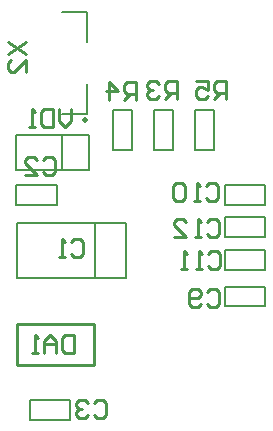
<source format=gbo>
G04*
G04 #@! TF.GenerationSoftware,Altium Limited,Altium Designer,20.0.14 (345)*
G04*
G04 Layer_Color=32896*
%FSAX44Y44*%
%MOMM*%
G71*
G01*
G75*
%ADD10C,0.2000*%
%ADD11C,0.2500*%
%ADD12C,0.2540*%
%ADD56C,0.5000*%
D10*
X00321793Y00856089D02*
X00343293D01*
Y00882089D01*
Y00917089D02*
Y00943089D01*
X00321793D02*
X00343293D01*
X00295000Y00614250D02*
X00329000D01*
X00295000Y00597750D02*
X00329000D01*
Y00614250D01*
X00295000Y00597750D02*
Y00614250D01*
X00434446Y00860191D02*
X00450946D01*
X00434446Y00826191D02*
X00450946D01*
X00434446D02*
Y00860191D01*
X00450946Y00826191D02*
Y00860191D01*
X00416277Y00826192D02*
Y00860192D01*
X00399777Y00826192D02*
Y00860192D01*
Y00826192D02*
X00416277D01*
X00399777Y00860192D02*
X00416277D01*
X00381490Y00826192D02*
Y00860192D01*
X00364989Y00826192D02*
Y00860192D01*
Y00826192D02*
X00381490D01*
X00364989Y00860192D02*
X00381490D01*
X00460000Y00796250D02*
X00494000D01*
X00460000Y00779750D02*
X00494000D01*
Y00796250D01*
X00460000Y00779750D02*
Y00796250D01*
X00460000Y00710262D02*
X00493999D01*
X00460000Y00693762D02*
X00493999D01*
Y00710262D01*
X00460000Y00693762D02*
Y00710262D01*
X00460000Y00768968D02*
X00494000D01*
X00460000Y00752468D02*
X00494000D01*
Y00768968D01*
X00460000Y00752468D02*
Y00768968D01*
X00460000Y00740939D02*
X00493999D01*
X00460000Y00724439D02*
X00493999D01*
Y00740939D01*
X00460000Y00724439D02*
Y00740939D01*
X00283525Y00779750D02*
Y00796250D01*
X00317525Y00779750D02*
Y00796250D01*
X00283525Y00779750D02*
X00317525D01*
X00283525Y00796250D02*
X00317525D01*
X00350275Y00717407D02*
Y00764407D01*
X00284024D02*
X00376025D01*
X00284024Y00717407D02*
Y00764407D01*
Y00717407D02*
X00376025D01*
Y00764407D01*
X00283525Y00838276D02*
X00345025D01*
Y00809276D02*
Y00838276D01*
X00283525Y00809276D02*
X00345025D01*
X00283525D02*
Y00838276D01*
X00322025Y00809276D02*
Y00838276D01*
D11*
X00283775Y00643588D02*
Y00678588D01*
X00348775D01*
Y00643588D02*
Y00678588D01*
X00283775Y00643588D02*
X00348775D01*
D12*
X00276382Y00917696D02*
X00291618Y00907539D01*
X00276382D02*
X00291618Y00917696D01*
Y00892304D02*
Y00902461D01*
X00281461Y00892304D01*
X00278922D01*
X00276382Y00894843D01*
Y00899922D01*
X00278922Y00902461D01*
X00349539Y00612079D02*
X00352079Y00614618D01*
X00357157D01*
X00359696Y00612079D01*
Y00601922D01*
X00357157Y00599383D01*
X00352079D01*
X00349539Y00601922D01*
X00344461Y00612079D02*
X00341922Y00614618D01*
X00336843D01*
X00334304Y00612079D01*
Y00609539D01*
X00336843Y00607000D01*
X00339383D01*
X00336843D01*
X00334304Y00604461D01*
Y00601922D01*
X00336843Y00599383D01*
X00341922D01*
X00344461Y00601922D01*
X00461310Y00868822D02*
Y00884057D01*
X00453693D01*
X00451153Y00881518D01*
Y00876439D01*
X00453693Y00873900D01*
X00461310D01*
X00456232D02*
X00451153Y00868822D01*
X00435918Y00884057D02*
X00446075D01*
Y00876439D01*
X00440997Y00878979D01*
X00438457D01*
X00435918Y00876439D01*
Y00871361D01*
X00438457Y00868822D01*
X00443536D01*
X00446075Y00871361D01*
X00419607Y00868851D02*
Y00884086D01*
X00411989D01*
X00409450Y00881547D01*
Y00876469D01*
X00411989Y00873930D01*
X00419607D01*
X00414528D02*
X00409450Y00868851D01*
X00404372Y00881547D02*
X00401832Y00884086D01*
X00396754D01*
X00394215Y00881547D01*
Y00879008D01*
X00396754Y00876469D01*
X00399293D01*
X00396754D01*
X00394215Y00873930D01*
Y00871390D01*
X00396754Y00868851D01*
X00401832D01*
X00404372Y00871390D01*
X00384696Y00868382D02*
Y00883617D01*
X00377078D01*
X00374539Y00881078D01*
Y00876000D01*
X00377078Y00873461D01*
X00384696D01*
X00379618D02*
X00374539Y00868382D01*
X00361843D02*
Y00883617D01*
X00369461Y00876000D01*
X00359304D01*
X00332049Y00669706D02*
Y00654471D01*
X00324432D01*
X00321893Y00657010D01*
Y00667167D01*
X00324432Y00669706D01*
X00332049D01*
X00316814Y00654471D02*
Y00664627D01*
X00311736Y00669706D01*
X00306658Y00664627D01*
Y00654471D01*
Y00662088D01*
X00316814D01*
X00301579Y00654471D02*
X00296501D01*
X00299040D01*
Y00669706D01*
X00301579Y00667167D01*
X00444539Y00706090D02*
X00447078Y00708629D01*
X00452156D01*
X00454696Y00706090D01*
Y00695934D01*
X00452156Y00693394D01*
X00447078D01*
X00444539Y00695934D01*
X00439460D02*
X00436921Y00693394D01*
X00431843D01*
X00429304Y00695934D01*
Y00706090D01*
X00431843Y00708629D01*
X00436921D01*
X00439460Y00706090D01*
Y00703551D01*
X00436921Y00701012D01*
X00429304D01*
X00305874Y00817526D02*
X00308413Y00820065D01*
X00313491D01*
X00316031Y00817526D01*
Y00807369D01*
X00313491Y00804830D01*
X00308413D01*
X00305874Y00807369D01*
X00290639Y00804830D02*
X00300796D01*
X00290639Y00814987D01*
Y00817526D01*
X00293178Y00820065D01*
X00298256D01*
X00300796Y00817526D01*
X00330024Y00747985D02*
X00332564Y00750524D01*
X00337642D01*
X00340181Y00747985D01*
Y00737828D01*
X00337642Y00735289D01*
X00332564D01*
X00330024Y00737828D01*
X00324946Y00735289D02*
X00319868D01*
X00322407D01*
Y00750524D01*
X00324946Y00747985D01*
X00329799Y00860393D02*
Y00850236D01*
X00324721Y00845158D01*
X00319642Y00850236D01*
Y00860393D01*
X00314564D02*
Y00845158D01*
X00306946D01*
X00304407Y00847697D01*
Y00857854D01*
X00306946Y00860393D01*
X00314564D01*
X00299329Y00845158D02*
X00294250D01*
X00296790D01*
Y00860393D01*
X00299329Y00857854D01*
X00444887Y00764796D02*
X00447426Y00767335D01*
X00452505D01*
X00455044Y00764796D01*
Y00754639D01*
X00452505Y00752100D01*
X00447426D01*
X00444887Y00754639D01*
X00439809Y00752100D02*
X00434730D01*
X00437270D01*
Y00767335D01*
X00439809Y00764796D01*
X00416956Y00752100D02*
X00427113D01*
X00416956Y00762257D01*
Y00764796D01*
X00419495Y00767335D01*
X00424574D01*
X00427113Y00764796D01*
X00445348Y00737767D02*
X00447887Y00740306D01*
X00452965D01*
X00455504Y00737767D01*
Y00727610D01*
X00452965Y00725071D01*
X00447887D01*
X00445348Y00727610D01*
X00440269Y00725071D02*
X00435191D01*
X00437730D01*
Y00740306D01*
X00440269Y00737767D01*
X00427574Y00725071D02*
X00422495D01*
X00425034D01*
Y00740306D01*
X00427574Y00737767D01*
X00443887Y00795078D02*
X00446426Y00797617D01*
X00451505D01*
X00454044Y00795078D01*
Y00784922D01*
X00451505Y00782383D01*
X00446426D01*
X00443887Y00784922D01*
X00438809Y00782383D02*
X00433730D01*
X00436270D01*
Y00797617D01*
X00438809Y00795078D01*
X00426113D02*
X00423574Y00797617D01*
X00418495D01*
X00415956Y00795078D01*
Y00784922D01*
X00418495Y00782383D01*
X00423574D01*
X00426113Y00784922D01*
Y00795078D01*
D56*
X00341793Y00851089D02*
D03*
M02*

</source>
